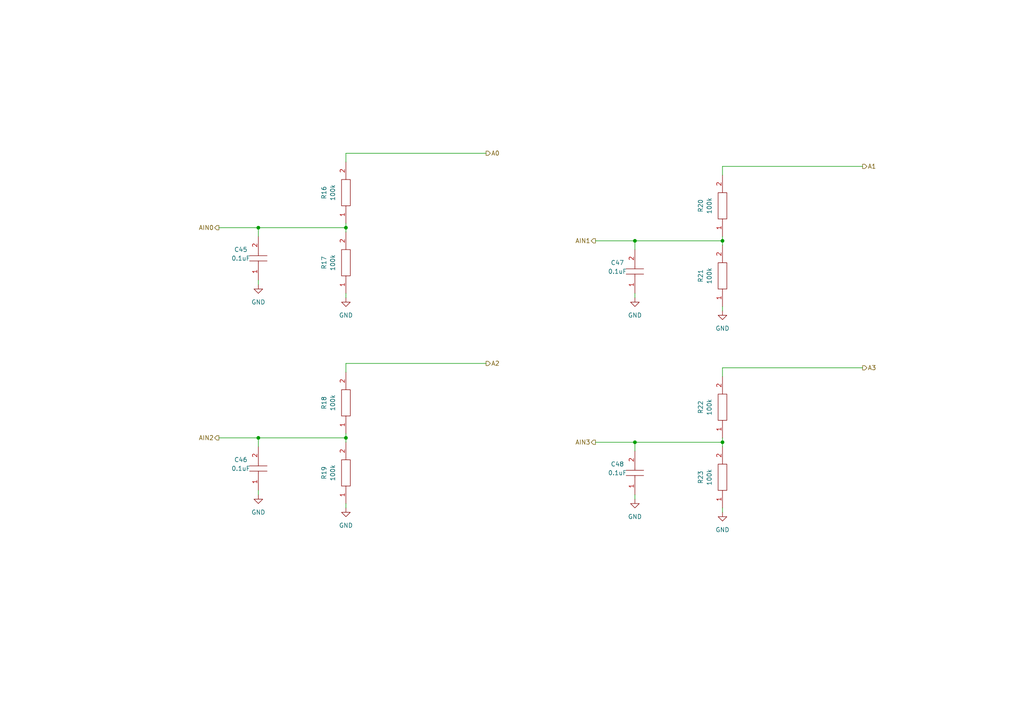
<source format=kicad_sch>
(kicad_sch (version 20211123) (generator eeschema)
  (paper "A4")
  (lib_symbols
    (symbol "BMS_Library:CC0805JRX7R8BB104" (pin_names (offset 0.762))
      (property "Reference" "C" (at 8.89 6.35 0))
      (property "Value" "CC0805JRX7R8BB104" (at 8.89 3.81 0))
      (symbol "CC0805JRX7R8BB104_0_0"
        (pin passive line (at 0 0 0) (length 5.08) (name "~") (number "1"))
        (pin passive line (at 12.7 0 180) (length 5.08) (name "~") (number "2"))
      )
      (symbol "CC0805JRX7R8BB104_0_1"
        (polyline (pts (xy 5.08 0) (xy 5.588 0)) (stroke (width 0.1524)))
        (polyline (pts (xy 5.588 2.54) (xy 5.588 -2.54)) (stroke (width 0.1524)))
        (polyline (pts (xy 7.112 0) (xy 7.62 0)) (stroke (width 0.1524)))
        (polyline (pts (xy 7.112 2.54) (xy 7.112 -2.54)) (stroke (width 0.1524)))
      )
    )
    (symbol "ERJP06F1000V:ERJP06F1000V" (pin_names (offset 0.762))
      (property "Reference" "R" (at 13.97 6.35 0))
      (property "Value" "ERJP06F1000V" (at 13.97 3.81 0))
      (symbol "ERJP06F1000V_0_0"
        (pin passive line (at 0 0 0) (length 5.08) (name "~") (number "1"))
        (pin passive line (at 17.78 0 180) (length 5.08) (name "~") (number "2"))
      )
      (symbol "ERJP06F1000V_0_1"
        (polyline (pts (xy 5.08 1.27) (xy 12.7 1.27) (xy 12.7 -1.27) (xy 5.08 -1.27) (xy 5.08 1.27)) (stroke (width 0.1524)))
      )
    )
    (symbol "power:GND" (power) (pin_names (offset 0))
      (property "Value" "GND" (at 0 -3.81 0))
      (symbol "GND_0_1"
        (polyline (pts (xy 0 0) (xy 0 -1.27) (xy 1.27 -1.27) (xy 0 -2.54) (xy -1.27 -1.27) (xy 0 -1.27)))
      )
      (symbol "GND_1_1"
        (pin power_in line (at 0 0 270) (length 0) hide (name "GND") (number "1"))
      )
    )
  )
  (junction (at 100.33 127))
  (junction (at 209.55 69.85))
  (junction (at 74.93 66.04))
  (junction (at 184.15 128.27))
  (junction (at 209.55 128.27))
  (junction (at 100.33 66.04))
  (junction (at 184.15 69.85))
  (junction (at 74.93 127))
  (wire (pts (xy 209.55 69.85) (xy 209.55 71.12)))
  (wire (pts (xy 74.93 129.54) (xy 74.93 127)))
  (wire (pts (xy 63.5 127) (xy 74.93 127)))
  (wire (pts (xy 74.93 68.58) (xy 74.93 66.04)))
  (wire (pts (xy 184.15 128.27) (xy 209.55 128.27)))
  (wire (pts (xy 209.55 48.26) (xy 250.19 48.26)))
  (wire (pts (xy 209.55 128.27) (xy 209.55 129.54)))
  (wire (pts (xy 63.5 66.04) (xy 74.93 66.04)))
  (wire (pts (xy 74.93 66.04) (xy 100.33 66.04)))
  (wire (pts (xy 209.55 50.8) (xy 209.55 48.26)))
  (wire (pts (xy 184.15 69.85) (xy 209.55 69.85)))
  (wire (pts (xy 184.15 85.09) (xy 184.15 86.36)))
  (wire (pts (xy 100.33 85.09) (xy 100.33 86.36)))
  (wire (pts (xy 74.93 127) (xy 100.33 127)))
  (wire (pts (xy 209.55 106.68) (xy 250.19 106.68)))
  (wire (pts (xy 100.33 44.45) (xy 140.97 44.45)))
  (wire (pts (xy 209.55 68.58) (xy 209.55 69.85)))
  (wire (pts (xy 74.93 81.28) (xy 74.93 82.55)))
  (wire (pts (xy 100.33 107.95) (xy 100.33 105.41)))
  (wire (pts (xy 100.33 146.05) (xy 100.33 147.32)))
  (wire (pts (xy 100.33 64.77) (xy 100.33 66.04)))
  (wire (pts (xy 100.33 46.99) (xy 100.33 44.45)))
  (wire (pts (xy 100.33 125.73) (xy 100.33 127)))
  (wire (pts (xy 100.33 66.04) (xy 100.33 67.31)))
  (wire (pts (xy 172.72 69.85) (xy 184.15 69.85)))
  (wire (pts (xy 209.55 109.22) (xy 209.55 106.68)))
  (wire (pts (xy 209.55 147.32) (xy 209.55 148.59)))
  (wire (pts (xy 184.15 130.81) (xy 184.15 128.27)))
  (wire (pts (xy 209.55 127) (xy 209.55 128.27)))
  (wire (pts (xy 184.15 72.39) (xy 184.15 69.85)))
  (wire (pts (xy 74.93 142.24) (xy 74.93 143.51)))
  (wire (pts (xy 184.15 143.51) (xy 184.15 144.78)))
  (wire (pts (xy 172.72 128.27) (xy 184.15 128.27)))
  (wire (pts (xy 100.33 105.41) (xy 140.97 105.41)))
  (wire (pts (xy 100.33 127) (xy 100.33 128.27)))
  (wire (pts (xy 209.55 88.9) (xy 209.55 90.17)))
  (hierarchical_label "A1" (shape output) (at 250.19 48.26 0))
  (hierarchical_label "AIN3" (shape output) (at 172.72 128.27 180))
  (hierarchical_label "A0" (shape output) (at 140.97 44.45 0))
  (hierarchical_label "AIN0" (shape output) (at 63.5 66.04 180))
  (hierarchical_label "AIN1" (shape output) (at 172.72 69.85 180))
  (hierarchical_label "A3" (shape output) (at 250.19 106.68 0))
  (hierarchical_label "A2" (shape output) (at 140.97 105.41 0))
  (hierarchical_label "AIN2" (shape output) (at 63.5 127 180))
  (symbol (lib_id "ERJP06F1000V:ERJP06F1000V") (at 209.55 68.58 90) (unit 1)
    (property "Reference" "R20" (at 203.2 59.69 0))
    (property "Value" "100k" (at 205.74 59.69 0))
    (property "Footprint" "Resistor_SMD:R_0603_1608Metric_Pad0.98x0.95mm_HandSolder" (effects hide))
    (property "Datasheet" "https://industrial.panasonic.com/cdbs/www-data/pdf/RDO0000/AOA0000C331.pdf" (effects hide))
    (property "Description" "Panasonic ERJP06 Series Thick Film Surface Mount Resistor 0805 Case 100 +/-1% 0.5W +/-100ppm/C" (effects hide))
    (property "Height" "0.7" (effects hide))
    (property "Manufacturer_Name" "Panasonic" (effects hide))
    (property "Manufacturer_Part_Number" "ERJP06F1000V" (effects hide))
  )
  (symbol (lib_id "power:GND") (at 184.15 144.78 0) (unit 1)
    (property "Reference" "#PWR0173" (effects hide))
    (property "Value" "GND" (at 184.15 149.86 0))
  )
  (symbol (lib_id "power:GND") (at 74.93 82.55 0) (unit 1)
    (property "Reference" "#PWR0177" (effects hide))
    (property "Value" "GND" (at 74.93 87.63 0))
  )
  (symbol (lib_id "ERJP06F1000V:ERJP06F1000V") (at 209.55 88.9 90) (unit 1)
    (property "Reference" "R21" (at 203.2 80.01 0))
    (property "Value" "100k" (at 205.74 80.01 0))
    (property "Footprint" "Resistor_SMD:R_0603_1608Metric_Pad0.98x0.95mm_HandSolder" (effects hide))
    (property "Datasheet" "https://industrial.panasonic.com/cdbs/www-data/pdf/RDO0000/AOA0000C331.pdf" (effects hide))
    (property "Description" "Panasonic ERJP06 Series Thick Film Surface Mount Resistor 0805 Case 100 +/-1% 0.5W +/-100ppm/C" (effects hide))
    (property "Height" "0.7" (effects hide))
    (property "Manufacturer_Name" "Panasonic" (effects hide))
    (property "Manufacturer_Part_Number" "ERJP06F1000V" (effects hide))
  )
  (symbol (lib_id "power:GND") (at 184.15 86.36 0) (unit 1)
    (property "Reference" "#PWR0171" (effects hide))
    (property "Value" "GND" (at 184.15 91.44 0))
  )
  (symbol (lib_id "ERJP06F1000V:ERJP06F1000V") (at 100.33 146.05 90) (unit 1)
    (property "Reference" "R19" (at 93.98 137.16 0))
    (property "Value" "100k" (at 96.52 137.16 0))
    (property "Footprint" "Resistor_SMD:R_0603_1608Metric_Pad0.98x0.95mm_HandSolder" (effects hide))
    (property "Datasheet" "https://industrial.panasonic.com/cdbs/www-data/pdf/RDO0000/AOA0000C331.pdf" (effects hide))
    (property "Description" "Panasonic ERJP06 Series Thick Film Surface Mount Resistor 0805 Case 100 +/-1% 0.5W +/-100ppm/C" (effects hide))
    (property "Height" "0.7" (effects hide))
    (property "Manufacturer_Name" "Panasonic" (effects hide))
    (property "Manufacturer_Part_Number" "ERJP06F1000V" (effects hide))
  )
  (symbol (lib_id "BMS_Library:CC0805JRX7R8BB104") (at 74.93 142.24 90) (unit 1)
    (property "Reference" "C46" (at 69.85 133.35 90))
    (property "Value" "0.1uF" (at 69.85 135.89 90))
    (property "Footprint" "Capacitor_SMD:C_0603_1608Metric_Pad1.08x0.95mm_HandSolder" (effects hide))
    (property "Datasheet" "https://www.yageo.com/upload/media/product/productsearch/datasheet/mlcc/UPY-GPHC_X7R_6.3V-to-50V_20.pdf" (effects hide))
    (property "Description" "YAGEO - CC0805JRX7R8BB104 - SMD Multilayer Ceramic Capacitor, 0.1 F, 25 V, 0805 [2012 Metric], +/- 5%, X7R, CC Series" (effects hide))
    (property "Height" "0.95" (effects hide))
    (property "Manufacturer_Name" "YAGEO" (effects hide))
    (property "Manufacturer_Part_Number" "CC0805JRX7R8BB104" (effects hide))
    (property "Mouser Part Number" "603-CC805JRX7R8BB104" (effects hide))
    (property "Mouser Price/Stock" "https://www.mouser.co.uk/ProductDetail/YAGEO/CC0805JRX7R8BB104?qs=AgBp2OyFlx%252BZU4KTc42Krw%3D%3D" (effects hide))
    (property "Arrow Part Number" "CC0805JRX7R8BB104" (effects hide))
    (property "Arrow Price/Stock" "https://www.arrow.com/en/products/cc0805jrx7r8bb104/yageo?region=nac" (effects hide))
  )
  (symbol (lib_id "power:GND") (at 100.33 86.36 0) (unit 1)
    (property "Reference" "#PWR0176" (effects hide))
    (property "Value" "GND" (at 100.33 91.44 0))
  )
  (symbol (lib_id "ERJP06F1000V:ERJP06F1000V") (at 100.33 64.77 90) (unit 1)
    (property "Reference" "R16" (at 93.98 55.88 0))
    (property "Value" "100k" (at 96.52 55.88 0))
    (property "Footprint" "Resistor_SMD:R_0603_1608Metric_Pad0.98x0.95mm_HandSolder" (effects hide))
    (property "Datasheet" "https://industrial.panasonic.com/cdbs/www-data/pdf/RDO0000/AOA0000C331.pdf" (effects hide))
    (property "Description" "Panasonic ERJP06 Series Thick Film Surface Mount Resistor 0805 Case 100 +/-1% 0.5W +/-100ppm/C" (effects hide))
    (property "Height" "0.7" (effects hide))
    (property "Manufacturer_Name" "Panasonic" (effects hide))
    (property "Manufacturer_Part_Number" "ERJP06F1000V" (effects hide))
  )
  (symbol (lib_id "ERJP06F1000V:ERJP06F1000V") (at 100.33 125.73 90) (unit 1)
    (property "Reference" "R18" (at 93.98 116.84 0))
    (property "Value" "100k" (at 96.52 116.84 0))
    (property "Footprint" "Resistor_SMD:R_0603_1608Metric_Pad0.98x0.95mm_HandSolder" (effects hide))
    (property "Datasheet" "https://industrial.panasonic.com/cdbs/www-data/pdf/RDO0000/AOA0000C331.pdf" (effects hide))
    (property "Description" "Panasonic ERJP06 Series Thick Film Surface Mount Resistor 0805 Case 100 +/-1% 0.5W +/-100ppm/C" (effects hide))
    (property "Height" "0.7" (effects hide))
    (property "Manufacturer_Name" "Panasonic" (effects hide))
    (property "Manufacturer_Part_Number" "ERJP06F1000V" (effects hide))
  )
  (symbol (lib_id "ERJP06F1000V:ERJP06F1000V") (at 209.55 147.32 90) (unit 1)
    (property "Reference" "R23" (at 203.2 138.43 0))
    (property "Value" "100k" (at 205.74 138.43 0))
    (property "Footprint" "Resistor_SMD:R_0603_1608Metric_Pad0.98x0.95mm_HandSolder" (effects hide))
    (property "Datasheet" "https://industrial.panasonic.com/cdbs/www-data/pdf/RDO0000/AOA0000C331.pdf" (effects hide))
    (property "Description" "Panasonic ERJP06 Series Thick Film Surface Mount Resistor 0805 Case 100 +/-1% 0.5W +/-100ppm/C" (effects hide))
    (property "Height" "0.7" (effects hide))
    (property "Manufacturer_Name" "Panasonic" (effects hide))
    (property "Manufacturer_Part_Number" "ERJP06F1000V" (effects hide))
  )
  (symbol (lib_id "power:GND") (at 74.93 143.51 0) (unit 1)
    (property "Reference" "#PWR0174" (effects hide))
    (property "Value" "GND" (at 74.93 148.59 0))
  )
  (symbol (lib_id "ERJP06F1000V:ERJP06F1000V") (at 100.33 85.09 90) (unit 1)
    (property "Reference" "R17" (at 93.98 76.2 0))
    (property "Value" "100k" (at 96.52 76.2 0))
    (property "Footprint" "Resistor_SMD:R_0603_1608Metric_Pad0.98x0.95mm_HandSolder" (effects hide))
    (property "Datasheet" "https://industrial.panasonic.com/cdbs/www-data/pdf/RDO0000/AOA0000C331.pdf" (effects hide))
    (property "Description" "Panasonic ERJP06 Series Thick Film Surface Mount Resistor 0805 Case 100 +/-1% 0.5W +/-100ppm/C" (effects hide))
    (property "Height" "0.7" (effects hide))
    (property "Manufacturer_Name" "Panasonic" (effects hide))
    (property "Manufacturer_Part_Number" "ERJP06F1000V" (effects hide))
  )
  (symbol (lib_id "ERJP06F1000V:ERJP06F1000V") (at 209.55 127 90) (unit 1)
    (property "Reference" "R22" (at 203.2 118.11 0))
    (property "Value" "100k" (at 205.74 118.11 0))
    (property "Footprint" "Resistor_SMD:R_0603_1608Metric_Pad0.98x0.95mm_HandSolder" (effects hide))
    (property "Datasheet" "https://industrial.panasonic.com/cdbs/www-data/pdf/RDO0000/AOA0000C331.pdf" (effects hide))
    (property "Description" "Panasonic ERJP06 Series Thick Film Surface Mount Resistor 0805 Case 100 +/-1% 0.5W +/-100ppm/C" (effects hide))
    (property "Height" "0.7" (effects hide))
    (property "Manufacturer_Name" "Panasonic" (effects hide))
    (property "Manufacturer_Part_Number" "ERJP06F1000V" (effects hide))
  )
  (symbol (lib_id "power:GND") (at 209.55 90.17 0) (unit 1)
    (property "Reference" "#PWR0170" (effects hide))
    (property "Value" "GND" (at 209.55 95.25 0))
  )
  (symbol (lib_id "power:GND") (at 209.55 148.59 0) (unit 1)
    (property "Reference" "#PWR0172" (effects hide))
    (property "Value" "GND" (at 209.55 153.67 0))
  )
  (symbol (lib_id "power:GND") (at 100.33 147.32 0) (unit 1)
    (property "Reference" "#PWR0175" (effects hide))
    (property "Value" "GND" (at 100.33 152.4 0))
  )
  (symbol (lib_id "BMS_Library:CC0805JRX7R8BB104") (at 74.93 81.28 90) (unit 1)
    (property "Reference" "C45" (at 69.85 72.39 90))
    (property "Value" "0.1uF" (at 69.85 74.93 90))
    (property "Footprint" "Capacitor_SMD:C_0603_1608Metric_Pad1.08x0.95mm_HandSolder" (effects hide))
    (property "Datasheet" "https://www.yageo.com/upload/media/product/productsearch/datasheet/mlcc/UPY-GPHC_X7R_6.3V-to-50V_20.pdf" (effects hide))
    (property "Description" "YAGEO - CC0805JRX7R8BB104 - SMD Multilayer Ceramic Capacitor, 0.1 F, 25 V, 0805 [2012 Metric], +/- 5%, X7R, CC Series" (effects hide))
    (property "Height" "0.95" (effects hide))
    (property "Manufacturer_Name" "YAGEO" (effects hide))
    (property "Manufacturer_Part_Number" "CC0805JRX7R8BB104" (effects hide))
    (property "Mouser Part Number" "603-CC805JRX7R8BB104" (effects hide))
    (property "Mouser Price/Stock" "https://www.mouser.co.uk/ProductDetail/YAGEO/CC0805JRX7R8BB104?qs=AgBp2OyFlx%252BZU4KTc42Krw%3D%3D" (effects hide))
    (property "Arrow Part Number" "CC0805JRX7R8BB104" (effects hide))
    (property "Arrow Price/Stock" "https://www.arrow.com/en/products/cc0805jrx7r8bb104/yageo?region=nac" (effects hide))
  )
  (symbol (lib_id "BMS_Library:CC0805JRX7R8BB104") (at 184.15 85.09 90) (unit 1)
    (property "Reference" "C47" (at 179.07 76.2 90))
    (property "Value" "0.1uF" (at 179.07 78.74 90))
    (property "Footprint" "Capacitor_SMD:C_0603_1608Metric_Pad1.08x0.95mm_HandSolder" (effects hide))
    (property "Datasheet" "https://www.yageo.com/upload/media/product/productsearch/datasheet/mlcc/UPY-GPHC_X7R_6.3V-to-50V_20.pdf" (effects hide))
    (property "Description" "YAGEO - CC0805JRX7R8BB104 - SMD Multilayer Ceramic Capacitor, 0.1 F, 25 V, 0805 [2012 Metric], +/- 5%, X7R, CC Series" (effects hide))
    (property "Height" "0.95" (effects hide))
    (property "Manufacturer_Name" "YAGEO" (effects hide))
    (property "Manufacturer_Part_Number" "CC0805JRX7R8BB104" (effects hide))
    (property "Mouser Part Number" "603-CC805JRX7R8BB104" (effects hide))
    (property "Mouser Price/Stock" "https://www.mouser.co.uk/ProductDetail/YAGEO/CC0805JRX7R8BB104?qs=AgBp2OyFlx%252BZU4KTc42Krw%3D%3D" (effects hide))
    (property "Arrow Part Number" "CC0805JRX7R8BB104" (effects hide))
    (property "Arrow Price/Stock" "https://www.arrow.com/en/products/cc0805jrx7r8bb104/yageo?region=nac" (effects hide))
  )
  (symbol (lib_id "BMS_Library:CC0805JRX7R8BB104") (at 184.15 143.51 90) (unit 1)
    (property "Reference" "C48" (at 179.07 134.62 90))
    (property "Value" "0.1uF" (at 179.07 137.16 90))
    (property "Footprint" "Capacitor_SMD:C_0603_1608Metric_Pad1.08x0.95mm_HandSolder" (effects hide))
    (property "Datasheet" "https://www.yageo.com/upload/media/product/productsearch/datasheet/mlcc/UPY-GPHC_X7R_6.3V-to-50V_20.pdf" (effects hide))
    (property "Description" "YAGEO - CC0805JRX7R8BB104 - SMD Multilayer Ceramic Capacitor, 0.1 F, 25 V, 0805 [2012 Metric], +/- 5%, X7R, CC Series" (effects hide))
    (property "Height" "0.95" (effects hide))
    (property "Manufacturer_Name" "YAGEO" (effects hide))
    (property "Manufacturer_Part_Number" "CC0805JRX7R8BB104" (effects hide))
    (property "Mouser Part Number" "603-CC805JRX7R8BB104" (effects hide))
    (property "Mouser Price/Stock" "https://www.mouser.co.uk/ProductDetail/YAGEO/CC0805JRX7R8BB104?qs=AgBp2OyFlx%252BZU4KTc42Krw%3D%3D" (effects hide))
    (property "Arrow Part Number" "CC0805JRX7R8BB104" (effects hide))
    (property "Arrow Price/Stock" "https://www.arrow.com/en/products/cc0805jrx7r8bb104/yageo?region=nac" (effects hide))
  )
)
</source>
